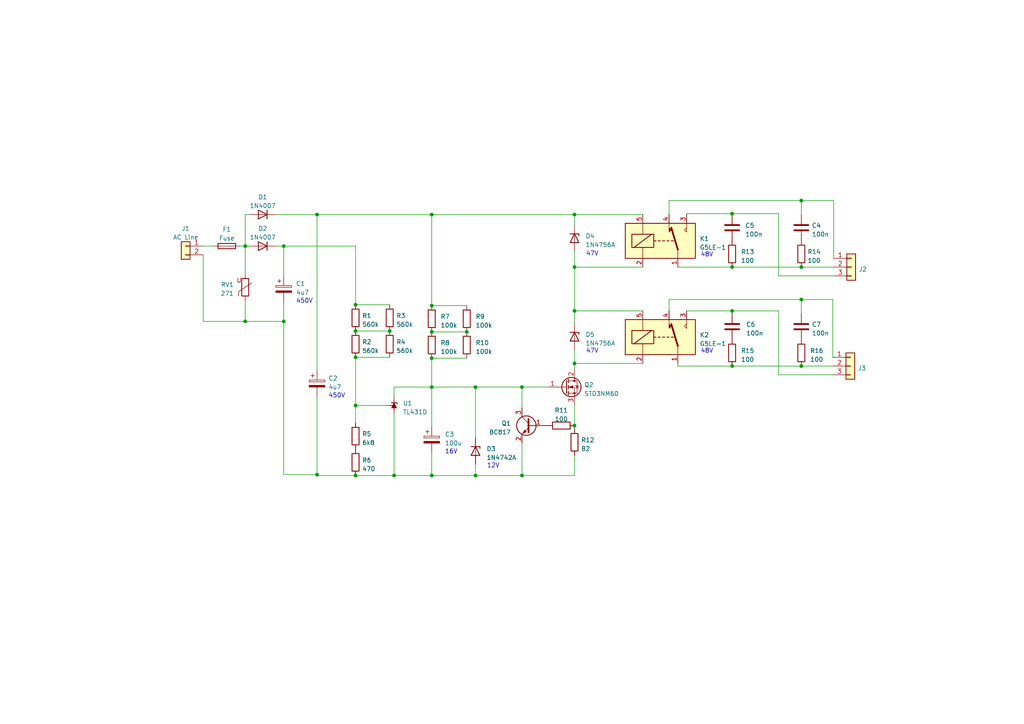
<source format=kicad_sch>
(kicad_sch (version 20230121) (generator eeschema)
  (paper "A4")
  (lib_symbols
    (symbol "Connector_Generic:Conn_01x02" (pin_names (offset 1.016) hide)
      (property "Reference" "J" (at 0 2.54 0))
      (property "Value" "Conn_01x02" (at 0 -5.08 0))
      (symbol "Conn_01x02_1_1"
        (rectangle (start -1.27 -2.413) (end 0 -2.667) (stroke (width 0.1524)))
        (rectangle (start -1.27 0.127) (end 0 -0.127) (stroke (width 0.1524)))
        (rectangle (start -1.27 1.27) (end 1.27 -3.81) (stroke (width 0.254)) (fill (type background)))
        (pin passive line (at -5.08 0 0) (length 3.81) (name "Pin_1") (number "1"))
        (pin passive line (at -5.08 -2.54 0) (length 3.81) (name "Pin_2") (number "2"))
      )
    )
    (symbol "Connector_Generic:Conn_01x03" (pin_names (offset 1.016) hide)
      (property "Reference" "J" (at 0 5.08 0))
      (property "Value" "Conn_01x03" (at 0 -5.08 0))
      (symbol "Conn_01x03_1_1"
        (rectangle (start -1.27 -2.413) (end 0 -2.667) (stroke (width 0.1524)))
        (rectangle (start -1.27 0.127) (end 0 -0.127) (stroke (width 0.1524)))
        (rectangle (start -1.27 2.667) (end 0 2.413) (stroke (width 0.1524)))
        (rectangle (start -1.27 3.81) (end 1.27 -3.81) (stroke (width 0.254)) (fill (type background)))
        (pin passive line (at -5.08 2.54 0) (length 3.81) (name "Pin_1") (number "1"))
        (pin passive line (at -5.08 0 0) (length 3.81) (name "Pin_2") (number "2"))
        (pin passive line (at -5.08 -2.54 0) (length 3.81) (name "Pin_3") (number "3"))
      )
    )
    (symbol "Device:C" (pin_numbers hide) (pin_names (offset 0.254))
      (property "Reference" "C" (at 0.635 2.54 0))
      (property "Value" "C" (at 0.635 -2.54 0))
      (symbol "C_0_1"
        (polyline (pts (xy -2.032 -0.762) (xy 2.032 -0.762)) (stroke (width 0.508)))
        (polyline (pts (xy -2.032 0.762) (xy 2.032 0.762)) (stroke (width 0.508)))
      )
      (symbol "C_1_1"
        (pin passive line (at 0 3.81 270) (length 2.794) (name "~") (number "1"))
        (pin passive line (at 0 -3.81 90) (length 2.794) (name "~") (number "2"))
      )
    )
    (symbol "Device:C_Polarized" (pin_numbers hide) (pin_names (offset 0.254))
      (property "Reference" "C" (at 0.635 2.54 0))
      (property "Value" "C_Polarized" (at 0.635 -2.54 0))
      (symbol "C_Polarized_0_1"
        (rectangle (start -2.286 0.508) (end 2.286 1.016))
        (polyline (pts (xy -1.778 2.286) (xy -0.762 2.286)))
        (polyline (pts (xy -1.27 2.794) (xy -1.27 1.778)))
        (rectangle (start 2.286 -0.508) (end -2.286 -1.016) (fill (type outline)))
      )
      (symbol "C_Polarized_1_1"
        (pin passive line (at 0 3.81 270) (length 2.794) (name "~") (number "1"))
        (pin passive line (at 0 -3.81 90) (length 2.794) (name "~") (number "2"))
      )
    )
    (symbol "Device:D" (pin_numbers hide) (pin_names (offset 1.016) hide)
      (property "Reference" "D" (at 0 2.54 0))
      (property "Value" "D" (at 0 -2.54 0))
      (symbol "D_0_1"
        (polyline (pts (xy -1.27 1.27) (xy -1.27 -1.27)) (stroke (width 0.254)))
        (polyline (pts (xy 1.27 0) (xy -1.27 0)))
        (polyline (pts (xy 1.27 1.27) (xy 1.27 -1.27) (xy -1.27 0) (xy 1.27 1.27)) (stroke (width 0.254)))
      )
      (symbol "D_1_1"
        (pin passive line (at -3.81 0 0) (length 2.54) (name "K") (number "1"))
        (pin passive line (at 3.81 0 180) (length 2.54) (name "A") (number "2"))
      )
    )
    (symbol "Device:Fuse" (pin_numbers hide) (pin_names (offset 0))
      (property "Reference" "F" (at 2.032 0 90))
      (property "Value" "Fuse" (at -1.905 0 90))
      (symbol "Fuse_0_1"
        (rectangle (start -0.762 -2.54) (end 0.762 2.54) (stroke (width 0.254)))
        (polyline (pts (xy 0 2.54) (xy 0 -2.54)))
      )
      (symbol "Fuse_1_1"
        (pin passive line (at 0 3.81 270) (length 1.27) (name "~") (number "1"))
        (pin passive line (at 0 -3.81 90) (length 1.27) (name "~") (number "2"))
      )
    )
    (symbol "Device:R" (pin_numbers hide) (pin_names (offset 0))
      (property "Reference" "R" (at 2.032 0 90))
      (property "Value" "R" (at 0 0 90))
      (symbol "R_0_1"
        (rectangle (start -1.016 -2.54) (end 1.016 2.54) (stroke (width 0.254)))
      )
      (symbol "R_1_1"
        (pin passive line (at 0 3.81 270) (length 1.27) (name "~") (number "1"))
        (pin passive line (at 0 -3.81 90) (length 1.27) (name "~") (number "2"))
      )
    )
    (symbol "Device:Varistor" (pin_numbers hide) (pin_names (offset 0))
      (property "Reference" "RV" (at 3.175 0 90))
      (property "Value" "Varistor" (at -3.175 0 90))
      (symbol "Varistor_0_0"
        (text "U" (at -1.778 -2.032 0) (effects (font (size 1.27 1.27))))
      )
      (symbol "Varistor_0_1"
        (rectangle (start -1.016 -2.54) (end 1.016 2.54) (stroke (width 0.254)))
        (polyline (pts (xy -1.905 2.54) (xy -1.905 1.27) (xy 1.905 -1.27)))
      )
      (symbol "Varistor_1_1"
        (pin passive line (at 0 3.81 270) (length 1.27) (name "~") (number "1"))
        (pin passive line (at 0 -3.81 90) (length 1.27) (name "~") (number "2"))
      )
    )
    (symbol "Diode:1N47xxA" (pin_numbers hide) (pin_names hide)
      (property "Reference" "D" (at 0 2.54 0))
      (property "Value" "1N47xxA" (at 0 -2.54 0))
      (symbol "1N47xxA_0_1"
        (polyline (pts (xy 1.27 0) (xy -1.27 0)))
        (polyline (pts (xy -1.27 -1.27) (xy -1.27 1.27) (xy -0.762 1.27)) (stroke (width 0.254)))
        (polyline (pts (xy 1.27 -1.27) (xy 1.27 1.27) (xy -1.27 0) (xy 1.27 -1.27)) (stroke (width 0.254)))
      )
      (symbol "1N47xxA_1_1"
        (pin passive line (at -3.81 0 0) (length 2.54) (name "K") (number "1"))
        (pin passive line (at 3.81 0 180) (length 2.54) (name "A") (number "2"))
      )
    )
    (symbol "Reference_Voltage:TL431D" (pin_numbers hide) (pin_names hide)
      (property "Reference" "U" (at 0 -2.54 0))
      (property "Value" "TL431D" (at 0 -4.445 0))
      (symbol "TL431D_0_1"
        (polyline (pts (xy -1.27 0) (xy 0 0) (xy 1.27 0)))
        (polyline (pts (xy -0.762 0.762) (xy 0.762 0) (xy -0.762 -0.762)) (fill (type outline)))
        (polyline (pts (xy 0.508 -1.016) (xy 0.762 -0.762) (xy 0.762 0.762) (xy 0.762 0.762)) (stroke (width 0.254)))
      )
      (symbol "TL431D_1_1"
        (polyline (pts (xy 0 1.27) (xy 0 0)))
        (pin passive line (at 2.54 0 180) (length 2.54) (name "K") (number "1"))
        (pin passive line (at -2.54 0 0) (length 2.54) (name "A") (number "2"))
        (pin passive line (at -2.54 0 0) (length 2.54) hide (name "A") (number "3"))
        (pin passive line (at -2.54 0 0) (length 2.54) hide (name "A") (number "6"))
        (pin passive line (at -2.54 0 0) (length 2.54) hide (name "A") (number "7"))
        (pin passive line (at 0 2.54 270) (length 2.54) (name "REF") (number "8"))
      )
    )
    (symbol "Relay:G5LE-1"
      (property "Reference" "K" (at 11.43 3.81 0))
      (property "Value" "G5LE-1" (at 11.43 1.27 0))
      (symbol "G5LE-1_0_0"
        (polyline (pts (xy 7.62 5.08) (xy 7.62 2.54) (xy 6.985 3.175) (xy 7.62 3.81)))
      )
      (symbol "G5LE-1_0_1"
        (rectangle (start -10.16 5.08) (end 10.16 -5.08) (stroke (width 0.254)) (fill (type background)))
        (rectangle (start -8.255 1.905) (end -1.905 -1.905) (stroke (width 0.254)))
        (polyline (pts (xy -7.62 -1.905) (xy -2.54 1.905)) (stroke (width 0.254)))
        (polyline (pts (xy -5.08 -5.08) (xy -5.08 -1.905)))
        (polyline (pts (xy -5.08 5.08) (xy -5.08 1.905)))
        (polyline (pts (xy -1.905 0) (xy -1.27 0)) (stroke (width 0.254)))
        (polyline (pts (xy -0.635 0) (xy 0 0)) (stroke (width 0.254)))
        (polyline (pts (xy 0.635 0) (xy 1.27 0)) (stroke (width 0.254)))
        (polyline (pts (xy 1.905 0) (xy 2.54 0)) (stroke (width 0.254)))
        (polyline (pts (xy 3.175 0) (xy 3.81 0)) (stroke (width 0.254)))
        (polyline (pts (xy 5.08 -2.54) (xy 3.175 3.81)) (stroke (width 0.508)))
        (polyline (pts (xy 5.08 -2.54) (xy 5.08 -5.08)))
        (polyline (pts (xy 2.54 5.08) (xy 2.54 2.54) (xy 3.175 3.175) (xy 2.54 3.81)) (fill (type outline)))
      )
      (symbol "G5LE-1_1_1"
        (pin passive line (at 5.08 -7.62 90) (length 2.54) (name "~") (number "1"))
        (pin passive line (at -5.08 -7.62 90) (length 2.54) (name "~") (number "2"))
        (pin passive line (at 7.62 7.62 270) (length 2.54) (name "~") (number "3"))
        (pin passive line (at 2.54 7.62 270) (length 2.54) (name "~") (number "4"))
        (pin passive line (at -5.08 7.62 270) (length 2.54) (name "~") (number "5"))
      )
    )
    (symbol "Transistor_BJT:BC817" (pin_names (offset 0) hide)
      (property "Reference" "Q" (at 5.08 1.905 0))
      (property "Value" "BC817" (at 5.08 0 0))
      (symbol "BC817_0_1"
        (polyline (pts (xy 0.635 0.635) (xy 2.54 2.54)))
        (polyline (pts (xy 0.635 -0.635) (xy 2.54 -2.54) (xy 2.54 -2.54)))
        (polyline (pts (xy 0.635 1.905) (xy 0.635 -1.905) (xy 0.635 -1.905)) (stroke (width 0.508)))
        (polyline (pts (xy 1.27 -1.778) (xy 1.778 -1.27) (xy 2.286 -2.286) (xy 1.27 -1.778) (xy 1.27 -1.778)) (fill (type outline)))
        (circle (center 1.27 0) (radius 2.8194) (stroke (width 0.254)))
      )
      (symbol "BC817_1_1"
        (pin input line (at -5.08 0 0) (length 5.715) (name "B") (number "1"))
        (pin passive line (at 2.54 -5.08 90) (length 2.54) (name "E") (number "2"))
        (pin passive line (at 2.54 5.08 270) (length 2.54) (name "C") (number "3"))
      )
    )
    (symbol "Transistor_FET:STD7NK40Z" (pin_names hide)
      (property "Reference" "Q" (at 5.08 1.905 0))
      (property "Value" "STD7NK40Z" (at 5.08 0 0))
      (symbol "STD7NK40Z_0_1"
        (polyline (pts (xy 0.254 0) (xy -2.54 0)))
        (polyline (pts (xy 0.254 1.905) (xy 0.254 -1.905)) (stroke (width 0.254)))
        (polyline (pts (xy 0.762 -1.27) (xy 0.762 -2.286)) (stroke (width 0.254)))
        (polyline (pts (xy 0.762 0.508) (xy 0.762 -0.508)) (stroke (width 0.254)))
        (polyline (pts (xy 0.762 2.286) (xy 0.762 1.27)) (stroke (width 0.254)))
        (polyline (pts (xy 2.54 2.54) (xy 2.54 1.778)))
        (polyline (pts (xy 2.54 -2.54) (xy 2.54 0) (xy 0.762 0)))
        (polyline (pts (xy 0.762 -1.778) (xy 3.302 -1.778) (xy 3.302 1.778) (xy 0.762 1.778)))
        (polyline (pts (xy 1.016 0) (xy 2.032 0.381) (xy 2.032 -0.381) (xy 1.016 0)) (fill (type outline)))
        (polyline (pts (xy 2.794 0.508) (xy 2.921 0.381) (xy 3.683 0.381) (xy 3.81 0.254)))
        (polyline (pts (xy 3.302 0.381) (xy 2.921 -0.254) (xy 3.683 -0.254) (xy 3.302 0.381)))
        (circle (center 1.651 0) (radius 2.794) (stroke (width 0.254)))
        (circle (center 2.54 -1.778) (radius 0.254) (fill (type outline)))
        (circle (center 2.54 1.778) (radius 0.254) (fill (type outline)))
      )
      (symbol "STD7NK40Z_1_1"
        (pin passive line (at -5.08 0 0) (length 2.54) (name "G") (number "1"))
        (pin passive line (at 2.54 5.08 270) (length 2.54) (name "D") (number "2"))
        (pin passive line (at 2.54 -5.08 90) (length 2.54) (name "S") (number "3"))
      )
    )
  )
  (junction (at 91.948 137.668))
  (junction (at 232.41 106.172))
  (junction (at 166.624 77.47))
  (junction (at 103.124 103.632))
  (junction (at 232.41 58.166))
  (junction (at 125.222 112.268))
  (junction (at 166.624 62.23))
  (junction (at 166.624 90.17))
  (junction (at 125.222 62.23))
  (junction (at 166.624 123.444))
  (junction (at 71.12 93.218))
  (junction (at 103.124 88.392))
  (junction (at 103.124 137.922))
  (junction (at 125.222 96.266))
  (junction (at 114.3 137.922))
  (junction (at 103.124 117.602))
  (junction (at 135.382 96.266))
  (junction (at 232.41 77.47))
  (junction (at 151.384 137.922))
  (junction (at 125.222 88.646))
  (junction (at 113.03 96.012))
  (junction (at 212.344 61.976))
  (junction (at 232.41 86.868))
  (junction (at 125.222 103.886))
  (junction (at 137.922 137.922))
  (junction (at 212.344 106.172))
  (junction (at 71.12 71.374))
  (junction (at 125.222 137.922))
  (junction (at 103.124 96.012))
  (junction (at 166.624 105.41))
  (junction (at 82.296 71.374))
  (junction (at 91.948 62.23))
  (junction (at 137.922 112.268))
  (junction (at 212.344 77.47))
  (junction (at 82.296 93.218))
  (junction (at 212.344 90.17))
  (junction (at 151.384 112.268))
  (wire (pts (xy 125.222 62.23) (xy 166.624 62.23)))
  (wire (pts (xy 58.928 71.374) (xy 61.976 71.374)))
  (wire (pts (xy 225.806 108.712) (xy 241.554 108.712)))
  (wire (pts (xy 125.222 131.318) (xy 125.222 137.922)))
  (wire (pts (xy 91.948 62.23) (xy 91.948 107.442)))
  (wire (pts (xy 125.222 112.268) (xy 125.222 123.698)))
  (wire (pts (xy 114.3 115.062) (xy 114.3 112.268)))
  (wire (pts (xy 194.056 86.868) (xy 194.056 90.17)))
  (wire (pts (xy 212.344 77.47) (xy 232.41 77.47)))
  (wire (pts (xy 137.922 112.268) (xy 151.384 112.268)))
  (wire (pts (xy 71.12 62.23) (xy 72.39 62.23)))
  (wire (pts (xy 232.41 58.166) (xy 232.41 62.23)))
  (wire (pts (xy 166.624 77.47) (xy 166.624 90.17)))
  (wire (pts (xy 186.436 62.23) (xy 166.624 62.23)))
  (wire (pts (xy 58.928 93.218) (xy 71.12 93.218)))
  (wire (pts (xy 80.01 62.23) (xy 91.948 62.23)))
  (wire (pts (xy 125.222 103.886) (xy 125.222 112.268)))
  (wire (pts (xy 196.596 106.172) (xy 196.596 105.41)))
  (wire (pts (xy 225.806 61.976) (xy 212.344 61.976)))
  (wire (pts (xy 82.296 71.374) (xy 103.124 71.374)))
  (wire (pts (xy 225.806 80.01) (xy 241.808 80.01)))
  (wire (pts (xy 225.806 90.17) (xy 225.806 108.712)))
  (wire (pts (xy 241.808 58.166) (xy 241.808 74.93)))
  (wire (pts (xy 166.624 105.41) (xy 186.436 105.41)))
  (wire (pts (xy 151.384 112.268) (xy 151.384 118.364)))
  (wire (pts (xy 241.554 86.868) (xy 241.554 103.632)))
  (wire (pts (xy 82.296 137.668) (xy 82.296 93.218)))
  (wire (pts (xy 232.41 86.868) (xy 232.41 90.932)))
  (wire (pts (xy 166.624 72.898) (xy 166.624 77.47)))
  (wire (pts (xy 232.41 77.47) (xy 241.808 77.47)))
  (wire (pts (xy 166.624 117.348) (xy 166.624 123.444)))
  (wire (pts (xy 166.624 105.41) (xy 166.624 107.188)))
  (wire (pts (xy 137.922 137.922) (xy 151.384 137.922)))
  (wire (pts (xy 71.12 93.218) (xy 82.296 93.218)))
  (wire (pts (xy 199.136 90.17) (xy 212.344 90.17)))
  (wire (pts (xy 125.222 88.646) (xy 135.382 88.646)))
  (wire (pts (xy 225.806 90.17) (xy 212.344 90.17)))
  (wire (pts (xy 103.124 71.374) (xy 103.124 88.392)))
  (wire (pts (xy 166.624 77.47) (xy 186.436 77.47)))
  (wire (pts (xy 212.344 90.17) (xy 212.344 90.932)))
  (wire (pts (xy 151.384 128.524) (xy 151.384 137.922)))
  (wire (pts (xy 166.624 90.17) (xy 186.436 90.17)))
  (wire (pts (xy 199.136 61.976) (xy 199.136 62.23)))
  (wire (pts (xy 103.124 103.632) (xy 113.03 103.632)))
  (wire (pts (xy 92.202 137.668) (xy 92.202 137.922)))
  (wire (pts (xy 103.124 88.392) (xy 113.03 88.392)))
  (wire (pts (xy 137.922 134.62) (xy 137.922 137.922)))
  (wire (pts (xy 125.222 103.886) (xy 135.382 103.886)))
  (wire (pts (xy 212.344 62.23) (xy 212.344 61.976)))
  (wire (pts (xy 58.928 93.218) (xy 58.928 73.914)))
  (wire (pts (xy 232.41 106.172) (xy 241.554 106.172)))
  (wire (pts (xy 212.344 106.172) (xy 232.41 106.172)))
  (wire (pts (xy 166.624 62.23) (xy 166.624 65.278)))
  (wire (pts (xy 92.202 137.922) (xy 103.124 137.922)))
  (wire (pts (xy 82.296 71.374) (xy 82.296 80.01)))
  (wire (pts (xy 80.01 71.374) (xy 82.296 71.374)))
  (wire (pts (xy 103.124 96.012) (xy 113.03 96.012)))
  (wire (pts (xy 69.596 71.374) (xy 71.12 71.374)))
  (wire (pts (xy 71.12 71.374) (xy 71.12 79.502)))
  (wire (pts (xy 71.12 62.23) (xy 71.12 71.374)))
  (wire (pts (xy 71.12 87.122) (xy 71.12 93.218)))
  (wire (pts (xy 103.124 117.602) (xy 103.124 122.682)))
  (wire (pts (xy 194.056 58.166) (xy 232.41 58.166)))
  (wire (pts (xy 92.202 137.668) (xy 91.948 137.668)))
  (wire (pts (xy 137.922 112.268) (xy 137.922 127)))
  (wire (pts (xy 166.624 123.444) (xy 166.624 124.46)))
  (wire (pts (xy 166.624 90.17) (xy 166.624 93.853)))
  (wire (pts (xy 232.41 58.166) (xy 241.808 58.166)))
  (wire (pts (xy 225.806 61.976) (xy 225.806 80.01)))
  (wire (pts (xy 103.124 103.632) (xy 103.124 117.602)))
  (wire (pts (xy 125.222 96.266) (xy 135.382 96.266)))
  (wire (pts (xy 103.124 117.602) (xy 111.76 117.602)))
  (wire (pts (xy 114.3 120.142) (xy 114.3 137.922)))
  (wire (pts (xy 199.136 61.976) (xy 212.344 61.976)))
  (wire (pts (xy 125.222 62.23) (xy 125.222 88.646)))
  (wire (pts (xy 125.222 112.268) (xy 137.922 112.268)))
  (wire (pts (xy 125.222 137.922) (xy 114.3 137.922)))
  (wire (pts (xy 196.596 106.172) (xy 212.344 106.172)))
  (wire (pts (xy 114.3 112.268) (xy 125.222 112.268)))
  (wire (pts (xy 194.056 58.166) (xy 194.056 62.23)))
  (wire (pts (xy 91.948 137.668) (xy 82.296 137.668)))
  (wire (pts (xy 71.12 71.374) (xy 72.39 71.374)))
  (wire (pts (xy 91.948 62.23) (xy 125.222 62.23)))
  (wire (pts (xy 151.384 112.268) (xy 159.004 112.268)))
  (wire (pts (xy 166.624 132.08) (xy 166.624 137.922)))
  (wire (pts (xy 137.922 137.922) (xy 125.222 137.922)))
  (wire (pts (xy 82.296 87.63) (xy 82.296 93.218)))
  (wire (pts (xy 194.056 86.868) (xy 232.41 86.868)))
  (wire (pts (xy 114.3 137.922) (xy 103.124 137.922)))
  (wire (pts (xy 166.624 101.473) (xy 166.624 105.41)))
  (wire (pts (xy 151.384 137.922) (xy 166.624 137.922)))
  (wire (pts (xy 196.596 77.47) (xy 212.344 77.47)))
  (wire (pts (xy 232.41 86.868) (xy 241.554 86.868)))
  (wire (pts (xy 91.948 115.062) (xy 91.948 137.668)))
  (text "48V" (at 203.2 102.616 0) (effects (font (size 1.27 1.27)) (justify left bottom)))
  (text "47V" (at 169.926 102.616 0) (effects (font (size 1.27 1.27)) (justify left bottom)))
  (text "450V" (at 85.852 88.138 0) (effects (font (size 1.27 1.27)) (justify left bottom)))
  (text "48V" (at 203.2 74.676 0) (effects (font (size 1.27 1.27)) (justify left bottom)))
  (text "47V" (at 169.926 74.422 0) (effects (font (size 1.27 1.27)) (justify left bottom)))
  (text "16V" (at 129.032 131.826 0) (effects (font (size 1.27 1.27)) (justify left bottom)))
  (text "450V" (at 95.25 115.57 0) (effects (font (size 1.27 1.27)) (justify left bottom)))
  (text "12V" (at 141.224 135.89 0) (effects (font (size 1.27 1.27)) (justify left bottom)))
  (symbol (lib_id "Device:C") (at 212.344 66.04 0) (unit 1)
    (property "Reference" "C5" (at 216.154 65.405 0) (effects (justify left)))
    (property "Value" "100n" (at 216.154 67.945 0) (effects (justify left)))
    (property "Footprint" "Capacitor_SMD:C_1812_4532Metric" (effects hide))
  )
  (symbol (lib_id "Device:D") (at 76.2 71.374 180) (unit 1)
    (property "Reference" "D2" (at 76.2 66.294 0))
    (property "Value" "1N4007" (at 76.2 68.834 0))
    (property "Footprint" "Diode_THT:D_DO-41_SOD81_P7.62mm_Horizontal" (effects hide))
    (property "Sim.Device" "D" (effects hide))
    (property "Sim.Pins" "1=K 2=A" (effects hide))
  )
  (symbol (lib_id "Device:Varistor") (at 71.12 83.312 0) (mirror x) (unit 1)
    (property "Reference" "RV1" (at 67.818 82.5777 0) (effects (justify right)))
    (property "Value" "271" (at 67.818 85.1177 0) (effects (justify right)))
    (property "Footprint" "Varistor:RV_Disc_D9mm_W6.1mm_P5mm" (effects hide))
    (property "Sim.Name" "kicad_builtin_varistor" (effects hide))
    (property "Sim.Device" "SUBCKT" (effects hide))
    (property "Sim.Pins" "1=A 2=B" (effects hide))
    (property "Sim.Params" "threshold=1k" (effects hide))
    (property "Sim.Library" "${KICAD7_SYMBOL_DIR}/Simulation_SPICE.sp" (effects hide))
  )
  (symbol (lib_id "Device:R") (at 232.41 73.66 0) (unit 1)
    (property "Reference" "R14" (at 234.188 73.025 0) (effects (justify left)))
    (property "Value" "100" (at 234.188 75.565 0) (effects (justify left)))
    (property "Footprint" "Resistor_SMD:R_1206_3216Metric_Pad1.30x1.75mm_HandSolder" (effects hide))
  )
  (symbol (lib_id "Diode:1N47xxA") (at 166.624 69.088 270) (unit 1)
    (property "Reference" "D4" (at 169.799 68.453 90) (effects (justify left)))
    (property "Value" "1N4756A" (at 169.799 70.993 90) (effects (justify left)))
    (property "Footprint" "Diode_THT:D_DO-41_SOD81_P10.16mm_Horizontal" (effects hide))
    (property "Datasheet" "https://www.vishay.com/docs/85816/1n4728a.pdf" (effects hide))
  )
  (symbol (lib_id "Connector_Generic:Conn_01x03") (at 246.634 106.172 0) (unit 1)
    (property "Reference" "J3" (at 248.793 106.807 0) (effects (justify left)))
    (property "Value" "Conn_01x03" (effects hide))
    (property "Footprint" "Connector_TE-Connectivity:TE_826576-3_1x03_P3.96mm_Vertical" (effects hide))
  )
  (symbol (lib_id "Device:C_Polarized") (at 91.948 111.252 0) (unit 1)
    (property "Reference" "C2" (at 95.25 109.728 0) (effects (justify left)))
    (property "Value" "4u7" (at 95.25 112.268 0) (effects (justify left)))
    (property "Footprint" "Capacitor_THT:CP_Radial_D10.0mm_P5.00mm" (effects hide))
  )
  (symbol (lib_id "Device:R") (at 103.124 126.492 0) (unit 1)
    (property "Reference" "R5" (at 105.029 125.857 0) (effects (justify left)))
    (property "Value" "6k8" (at 105.029 128.397 0) (effects (justify left)))
    (property "Footprint" "Resistor_SMD:R_1206_3216Metric_Pad1.30x1.75mm_HandSolder" (effects hide))
  )
  (symbol (lib_id "Device:R") (at 162.814 123.444 90) (unit 1)
    (property "Reference" "R11" (at 162.814 118.999 90))
    (property "Value" "100" (at 162.814 121.539 90))
    (property "Footprint" "Resistor_SMD:R_1206_3216Metric_Pad1.30x1.75mm_HandSolder" (effects hide))
  )
  (symbol (lib_id "Device:R") (at 103.124 92.202 0) (unit 1)
    (property "Reference" "R1" (at 105.029 91.567 0) (effects (justify left)))
    (property "Value" "560k" (at 105.029 94.107 0) (effects (justify left)))
    (property "Footprint" "Resistor_SMD:R_2512_6332Metric_Pad1.40x3.35mm_HandSolder" (effects hide))
  )
  (symbol (lib_id "Device:R") (at 113.03 92.202 0) (unit 1)
    (property "Reference" "R3" (at 114.935 91.567 0) (effects (justify left)))
    (property "Value" "560k" (at 114.935 94.107 0) (effects (justify left)))
    (property "Footprint" "Resistor_SMD:R_2512_6332Metric_Pad1.40x3.35mm_HandSolder" (effects hide))
  )
  (symbol (lib_id "Connector_Generic:Conn_01x02") (at 53.848 71.374 0) (mirror y) (unit 1)
    (property "Reference" "J1" (at 53.848 66.294 0))
    (property "Value" "AC Line" (at 53.848 68.834 0))
    (property "Footprint" "Connector_TE-Connectivity:TE_826576-2_1x02_P3.96mm_Vertical" (effects hide))
  )
  (symbol (lib_id "Device:R") (at 103.124 99.822 0) (unit 1)
    (property "Reference" "R2" (at 105.029 99.187 0) (effects (justify left)))
    (property "Value" "560k" (at 105.029 101.727 0) (effects (justify left)))
    (property "Footprint" "Resistor_SMD:R_2512_6332Metric_Pad1.40x3.35mm_HandSolder" (effects hide))
  )
  (symbol (lib_id "Device:Fuse") (at 65.786 71.374 90) (unit 1)
    (property "Reference" "F1" (at 65.786 66.548 90))
    (property "Value" "Fuse" (at 65.786 69.088 90))
    (property "Footprint" "Fuse:Fuseholder_TR5_Littelfuse_No560_No460" (effects hide))
  )
  (symbol (lib_id "Transistor_FET:STD7NK40Z") (at 164.084 112.268 0) (unit 1)
    (property "Reference" "Q2" (at 169.418 111.633 0) (effects (justify left)))
    (property "Value" "STD3NM60" (at 169.418 114.173 0) (effects (justify left)))
    (property "Footprint" "Package_TO_SOT_SMD:TO-252-2" (effects hide))
    (property "Datasheet" "https://www.st.com/resource/en/datasheet/std7nk40zt4.pdf" (effects hide))
  )
  (symbol (lib_id "Device:R") (at 113.03 99.822 0) (unit 1)
    (property "Reference" "R4" (at 114.935 99.187 0) (effects (justify left)))
    (property "Value" "560k" (at 114.935 101.727 0) (effects (justify left)))
    (property "Footprint" "Resistor_SMD:R_2512_6332Metric_Pad1.40x3.35mm_HandSolder" (effects hide))
  )
  (symbol (lib_id "Connector_Generic:Conn_01x03") (at 246.888 77.47 0) (unit 1)
    (property "Reference" "J2" (at 249.047 78.105 0) (effects (justify left)))
    (property "Value" "Conn_01x03" (effects hide))
    (property "Footprint" "Connector_TE-Connectivity:TE_826576-3_1x03_P3.96mm_Vertical" (effects hide))
  )
  (symbol (lib_id "Reference_Voltage:TL431D") (at 114.3 117.602 90) (unit 1)
    (property "Reference" "U1" (at 116.84 116.967 90) (effects (justify right)))
    (property "Value" "TL431D" (at 116.84 119.507 90) (effects (justify right)))
    (property "Footprint" "Package_SO:SOIC-8_3.9x4.9mm_P1.27mm" (effects hide))
    (property "Datasheet" "http://www.ti.com/lit/ds/symlink/tl431.pdf" (effects hide))
  )
  (symbol (lib_id "Device:R") (at 232.41 102.362 0) (unit 1)
    (property "Reference" "R16" (at 234.95 101.727 0) (effects (justify left)))
    (property "Value" "100" (at 234.95 104.267 0) (effects (justify left)))
    (property "Footprint" "Resistor_SMD:R_1206_3216Metric_Pad1.30x1.75mm_HandSolder" (effects hide))
  )
  (symbol (lib_id "Device:C") (at 232.41 66.04 0) (unit 1)
    (property "Reference" "C4" (at 235.458 65.405 0) (effects (justify left)))
    (property "Value" "100n" (at 235.458 67.945 0) (effects (justify left)))
    (property "Footprint" "Capacitor_SMD:C_1812_4532Metric" (effects hide))
  )
  (symbol (lib_id "Diode:1N47xxA") (at 166.624 97.663 270) (unit 1)
    (property "Reference" "D5" (at 169.799 97.028 90) (effects (justify left)))
    (property "Value" "1N4756A" (at 169.799 99.568 90) (effects (justify left)))
    (property "Footprint" "Diode_THT:D_DO-41_SOD81_P10.16mm_Horizontal" (effects hide))
    (property "Datasheet" "https://www.vishay.com/docs/85816/1n4728a.pdf" (effects hide))
  )
  (symbol (lib_id "Device:R") (at 125.222 92.456 0) (unit 1)
    (property "Reference" "R7" (at 127.762 91.821 0) (effects (justify left)))
    (property "Value" "100k" (at 127.762 94.361 0) (effects (justify left)))
    (property "Footprint" "Resistor_SMD:R_2512_6332Metric_Pad1.40x3.35mm_HandSolder" (effects hide))
  )
  (symbol (lib_id "Device:C_Polarized") (at 125.222 127.508 0) (unit 1)
    (property "Reference" "C3" (at 129.032 125.984 0) (effects (justify left)))
    (property "Value" "100u" (at 129.032 128.524 0) (effects (justify left)))
    (property "Footprint" "Capacitor_THT:CP_Radial_D10.0mm_P2.50mm" (effects hide))
  )
  (symbol (lib_id "Transistor_BJT:BC817") (at 153.924 123.444 0) (mirror y) (unit 1)
    (property "Reference" "Q1" (at 148.209 122.809 0) (effects (justify left)))
    (property "Value" "BC817" (at 148.209 125.349 0) (effects (justify left)))
    (property "Footprint" "Package_TO_SOT_SMD:SOT-23" (effects hide))
    (property "Datasheet" "https://www.onsemi.com/pub/Collateral/BC818-D.pdf" (effects hide))
  )
  (symbol (lib_id "Relay:G5LE-1") (at 191.516 69.85 0) (unit 1)
    (property "Reference" "K1" (at 202.946 69.215 0) (effects (justify left)))
    (property "Value" "G5LE-1" (at 202.946 71.755 0) (effects (justify left)))
    (property "Footprint" "Relay_THT:Relay_SPDT_Omron-G5LE-1" (effects hide))
    (property "Datasheet" "http://www.omron.com/ecb/products/pdf/en-g5le.pdf" (effects hide))
  )
  (symbol (lib_id "Device:R") (at 212.344 73.66 0) (unit 1)
    (property "Reference" "R13" (at 214.884 73.025 0) (effects (justify left)))
    (property "Value" "100" (at 214.884 75.565 0) (effects (justify left)))
    (property "Footprint" "Resistor_SMD:R_1206_3216Metric_Pad1.30x1.75mm_HandSolder" (effects hide))
  )
  (symbol (lib_id "Device:C") (at 212.344 94.742 0) (unit 1)
    (property "Reference" "C6" (at 216.408 94.107 0) (effects (justify left)))
    (property "Value" "100n" (at 216.408 96.647 0) (effects (justify left)))
    (property "Footprint" "Capacitor_SMD:C_1812_4532Metric" (effects hide))
  )
  (symbol (lib_id "Device:R") (at 212.344 102.362 0) (unit 1)
    (property "Reference" "R15" (at 214.884 101.727 0) (effects (justify left)))
    (property "Value" "100" (at 214.884 104.267 0) (effects (justify left)))
    (property "Footprint" "Resistor_SMD:R_1206_3216Metric_Pad1.30x1.75mm_HandSolder" (effects hide))
  )
  (symbol (lib_id "Device:D") (at 76.2 62.23 180) (unit 1)
    (property "Reference" "D1" (at 76.2 57.15 0))
    (property "Value" "1N4007" (at 76.2 59.69 0))
    (property "Footprint" "Diode_THT:D_DO-41_SOD81_P7.62mm_Horizontal" (effects hide))
    (property "Sim.Device" "D" (effects hide))
    (property "Sim.Pins" "1=K 2=A" (effects hide))
  )
  (symbol (lib_id "Device:R") (at 125.222 100.076 0) (unit 1)
    (property "Reference" "R8" (at 127.762 99.441 0) (effects (justify left)))
    (property "Value" "100k" (at 127.762 101.981 0) (effects (justify left)))
    (property "Footprint" "Resistor_SMD:R_2512_6332Metric_Pad1.40x3.35mm_HandSolder" (effects hide))
  )
  (symbol (lib_id "Device:R") (at 166.624 128.27 0) (unit 1)
    (property "Reference" "R12" (at 168.529 127.635 0) (effects (justify left)))
    (property "Value" "82" (at 168.529 130.175 0) (effects (justify left)))
    (property "Footprint" "Resistor_SMD:R_1206_3216Metric_Pad1.30x1.75mm_HandSolder" (effects hide))
  )
  (symbol (lib_id "Relay:G5LE-1") (at 191.516 97.79 0) (unit 1)
    (property "Reference" "K2" (at 202.946 97.155 0) (effects (justify left)))
    (property "Value" "G5LE-1" (at 202.946 99.695 0) (effects (justify left)))
    (property "Footprint" "Relay_THT:Relay_SPDT_Omron-G5LE-1" (effects hide))
    (property "Datasheet" "http://www.omron.com/ecb/products/pdf/en-g5le.pdf" (effects hide))
  )
  (symbol (lib_id "Device:R") (at 103.124 134.112 0) (unit 1)
    (property "Reference" "R6" (at 105.029 133.477 0) (effects (justify left)))
    (property "Value" "470" (at 105.029 136.017 0) (effects (justify left)))
    (property "Footprint" "Resistor_SMD:R_1206_3216Metric_Pad1.30x1.75mm_HandSolder" (effects hide))
  )
  (symbol (lib_id "Diode:1N47xxA") (at 137.922 130.81 270) (unit 1)
    (property "Reference" "D3" (at 141.097 130.175 90) (effects (justify left)))
    (property "Value" "1N4742A" (at 141.097 132.715 90) (effects (justify left)))
    (property "Footprint" "Diode_THT:D_DO-41_SOD81_P10.16mm_Horizontal" (effects hide))
    (property "Datasheet" "https://www.vishay.com/docs/85816/1n4728a.pdf" (effects hide))
  )
  (symbol (lib_id "Device:C_Polarized") (at 82.296 83.82 0) (unit 1)
    (property "Reference" "C1" (at 85.852 82.296 0) (effects (justify left)))
    (property "Value" "4u7" (at 85.852 84.836 0) (effects (justify left)))
    (property "Footprint" "Capacitor_THT:CP_Radial_D10.0mm_P5.00mm" (effects hide))
  )
  (symbol (lib_id "Device:R") (at 135.382 100.076 0) (unit 1)
    (property "Reference" "R10" (at 137.922 99.441 0) (effects (justify left)))
    (property "Value" "100k" (at 137.922 101.981 0) (effects (justify left)))
    (property "Footprint" "Resistor_SMD:R_2512_6332Metric_Pad1.40x3.35mm_HandSolder" (effects hide))
  )
  (symbol (lib_id "Device:R") (at 135.382 92.456 0) (unit 1)
    (property "Reference" "R9" (at 137.922 91.821 0) (effects (justify left)))
    (property "Value" "100k" (at 137.922 94.361 0) (effects (justify left)))
    (property "Footprint" "Resistor_SMD:R_2512_6332Metric_Pad1.40x3.35mm_HandSolder" (effects hide))
  )
  (symbol (lib_id "Device:C") (at 232.41 94.742 0) (unit 1)
    (property "Reference" "C7" (at 235.458 94.107 0) (effects (justify left)))
    (property "Value" "100n" (at 235.458 96.647 0) (effects (justify left)))
    (property "Footprint" "Capacitor_SMD:C_1812_4532Metric" (effects hide))
  )
)
</source>
